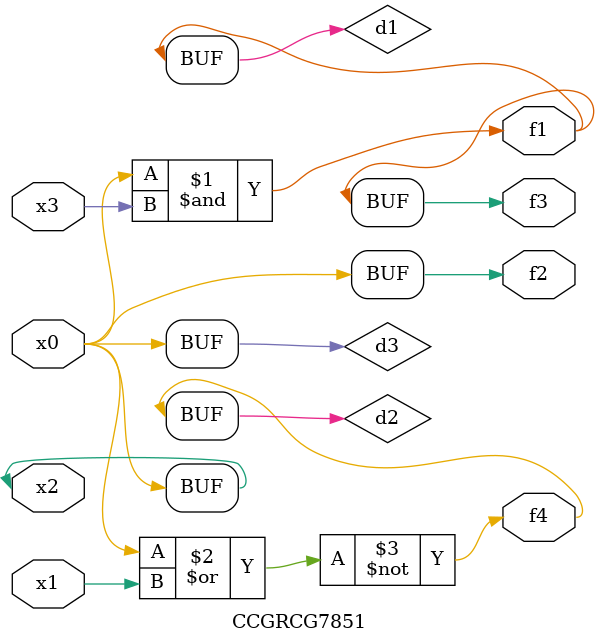
<source format=v>
module CCGRCG7851(
	input x0, x1, x2, x3,
	output f1, f2, f3, f4
);

	wire d1, d2, d3;

	and (d1, x2, x3);
	nor (d2, x0, x1);
	buf (d3, x0, x2);
	assign f1 = d1;
	assign f2 = d3;
	assign f3 = d1;
	assign f4 = d2;
endmodule

</source>
